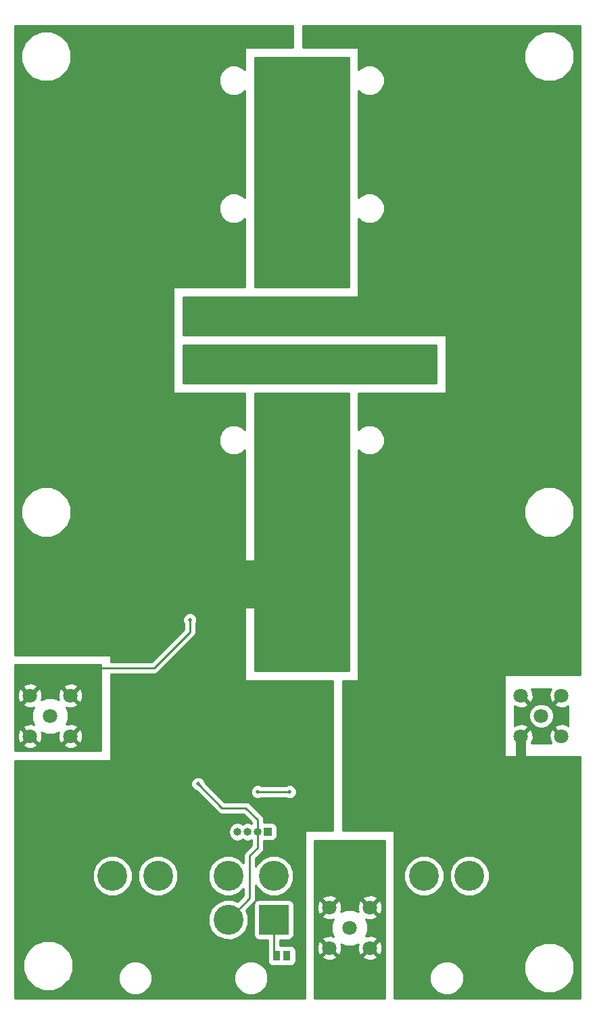
<source format=gbr>
G04 #@! TF.FileFunction,Copper,L2,Bot,Signal*
%FSLAX46Y46*%
G04 Gerber Fmt 4.6, Leading zero omitted, Abs format (unit mm)*
G04 Created by KiCad (PCBNEW 4.0.6) date 2017 May 30, Tuesday 14:38:27*
%MOMM*%
%LPD*%
G01*
G04 APERTURE LIST*
%ADD10C,0.100000*%
%ADD11R,0.970000X1.270000*%
%ADD12R,3.750000X3.750000*%
%ADD13C,3.750000*%
%ADD14C,1.798320*%
%ADD15C,1.795780*%
%ADD16R,1.000000X1.000000*%
%ADD17O,1.000000X1.000000*%
%ADD18C,0.508000*%
%ADD19C,0.254000*%
%ADD20C,1.270000*%
G04 APERTURE END LIST*
D10*
D11*
X108860000Y-142500000D03*
X110140000Y-142500000D03*
D12*
X94000000Y-138000000D03*
D13*
X88300000Y-138000000D03*
X94000000Y-132500000D03*
X88300000Y-132500000D03*
D12*
X133000000Y-138000000D03*
D13*
X127300000Y-138000000D03*
X133000000Y-132500000D03*
X127300000Y-132500000D03*
D14*
X80500000Y-112500000D03*
D15*
X83040000Y-109960000D03*
X77960000Y-109960000D03*
X77960000Y-115040000D03*
X83040000Y-115040000D03*
D12*
X108500000Y-138000000D03*
D13*
X102800000Y-138000000D03*
X108500000Y-132500000D03*
X102800000Y-132500000D03*
D14*
X118000000Y-139000000D03*
D15*
X115460000Y-141540000D03*
X120540000Y-141540000D03*
X120540000Y-136460000D03*
X115460000Y-136460000D03*
D16*
X107770000Y-127000000D03*
D17*
X106500000Y-127000000D03*
X105230000Y-127000000D03*
X103960000Y-127000000D03*
D14*
X142000000Y-112500000D03*
D15*
X144540000Y-109960000D03*
X139460000Y-109960000D03*
X139460000Y-115040000D03*
X144540000Y-115040000D03*
D18*
X109000000Y-34000000D03*
X112000000Y-34000000D03*
X115000000Y-34000000D03*
X115000000Y-37000000D03*
X112000000Y-37000000D03*
X109000000Y-37000000D03*
X109000000Y-40000000D03*
X112000000Y-40000000D03*
X115000000Y-40000000D03*
X115000000Y-43000000D03*
X112000000Y-43000000D03*
X109000000Y-43000000D03*
X109000000Y-46000000D03*
X112000000Y-46000000D03*
X115000000Y-46000000D03*
X115000000Y-49000000D03*
X112000000Y-49000000D03*
X109000000Y-49000000D03*
X109000000Y-52000000D03*
X112000000Y-52000000D03*
X115000000Y-52000000D03*
X115000000Y-55000000D03*
X112000000Y-55000000D03*
X109000000Y-55000000D03*
X115000000Y-74000000D03*
X112000000Y-74000000D03*
X109000000Y-74000000D03*
X109000000Y-77000000D03*
X112000000Y-77000000D03*
X115000000Y-77000000D03*
X115000000Y-80000000D03*
X112000000Y-80000000D03*
X109000000Y-80000000D03*
X109000000Y-83000000D03*
X112000000Y-83000000D03*
X115000000Y-83000000D03*
X115000000Y-86000000D03*
X112000000Y-86000000D03*
X109000000Y-86000000D03*
X109000000Y-89000000D03*
X112000000Y-89000000D03*
X115000000Y-89000000D03*
X115000000Y-92000000D03*
X112000000Y-92000000D03*
X109000000Y-92000000D03*
X109000000Y-95000000D03*
X112000000Y-95000000D03*
X115000000Y-95000000D03*
X115000000Y-98000000D03*
X112000000Y-98000000D03*
X109000000Y-98000000D03*
X109000000Y-101000000D03*
X112000000Y-101000000D03*
X115000000Y-101000000D03*
X115000000Y-104000000D03*
X112000000Y-104000000D03*
X109000000Y-104000000D03*
X113500000Y-112000000D03*
X113500000Y-111000000D03*
X99000000Y-121000000D03*
X110500000Y-122000000D03*
X106500000Y-122000000D03*
X122000000Y-69000000D03*
X124000000Y-69000000D03*
X126000000Y-69000000D03*
X128000000Y-69000000D03*
X128000000Y-67000000D03*
X126000000Y-67000000D03*
X124000000Y-67000000D03*
X122000000Y-67000000D03*
X102000000Y-69000000D03*
X100000000Y-69000000D03*
X98000000Y-69000000D03*
X98000000Y-67000000D03*
X100000000Y-67000000D03*
X102000000Y-67000000D03*
X122000000Y-62000000D03*
X124000000Y-62000000D03*
X126000000Y-62000000D03*
X128000000Y-62000000D03*
X128000000Y-64000000D03*
X126000000Y-64000000D03*
X124000000Y-64000000D03*
X98000000Y-62000000D03*
X98000000Y-64000000D03*
X100000000Y-64000000D03*
X100000000Y-62000000D03*
X102000000Y-62000000D03*
X122000000Y-64000000D03*
X102000000Y-64000000D03*
X98000000Y-100500000D03*
D19*
X108500000Y-138000000D02*
X108500000Y-142140000D01*
X108500000Y-142140000D02*
X108860000Y-142500000D01*
D20*
X112000000Y-34000000D02*
X109000000Y-34000000D01*
X115000000Y-37000000D02*
X115000000Y-34000000D01*
X109000000Y-37000000D02*
X112000000Y-37000000D01*
X112000000Y-40000000D02*
X109000000Y-40000000D01*
X115000000Y-43000000D02*
X115000000Y-40000000D01*
X109000000Y-43000000D02*
X112000000Y-43000000D01*
X112000000Y-46000000D02*
X109000000Y-46000000D01*
X112000000Y-46000000D02*
X112000000Y-46000000D01*
X115000000Y-49000000D02*
X115000000Y-46000000D01*
X109000000Y-49000000D02*
X112000000Y-49000000D01*
X112000000Y-52000000D02*
X109000000Y-52000000D01*
X115000000Y-55000000D02*
X115000000Y-52000000D01*
X112000000Y-55000000D02*
X112000000Y-55000000D01*
X109000000Y-55000000D02*
X112000000Y-55000000D01*
X113000000Y-112000000D02*
X102000000Y-112000000D01*
X112000000Y-74000000D02*
X115000000Y-74000000D01*
X109000000Y-77000000D02*
X109000000Y-74000000D01*
X115000000Y-77000000D02*
X112000000Y-77000000D01*
X112000000Y-80000000D02*
X115000000Y-80000000D01*
X109000000Y-83000000D02*
X109000000Y-80000000D01*
X115000000Y-83000000D02*
X112000000Y-83000000D01*
X112000000Y-86000000D02*
X115000000Y-86000000D01*
X109000000Y-89000000D02*
X109000000Y-86000000D01*
X115000000Y-89000000D02*
X112000000Y-89000000D01*
X112000000Y-92000000D02*
X115000000Y-92000000D01*
X109000000Y-95000000D02*
X109000000Y-92000000D01*
X115000000Y-95000000D02*
X112000000Y-95000000D01*
X112000000Y-98000000D02*
X115000000Y-98000000D01*
X109000000Y-101000000D02*
X109000000Y-98000000D01*
X115000000Y-101000000D02*
X112000000Y-101000000D01*
X112000000Y-104000000D02*
X115000000Y-104000000D01*
X109000000Y-99000000D02*
X109000000Y-104000000D01*
X108000000Y-98000000D02*
X109000000Y-99000000D01*
X102000000Y-98000000D02*
X108000000Y-98000000D01*
X102000000Y-112000000D02*
X102000000Y-98000000D01*
D19*
X102000000Y-124000000D02*
X99000000Y-121000000D01*
X105000000Y-124000000D02*
X102000000Y-124000000D01*
X106500000Y-125500000D02*
X105000000Y-124000000D01*
X106500000Y-127000000D02*
X106500000Y-125500000D01*
X106500000Y-129000000D02*
X106500000Y-127000000D01*
X105500000Y-130000000D02*
X106500000Y-129000000D01*
X105500000Y-135300000D02*
X105500000Y-130000000D01*
X102800000Y-138000000D02*
X105500000Y-135300000D01*
X106500000Y-122000000D02*
X110500000Y-122000000D01*
D20*
X124000000Y-69000000D02*
X122000000Y-69000000D01*
X128000000Y-69000000D02*
X126000000Y-69000000D01*
X126000000Y-67000000D02*
X128000000Y-67000000D01*
X122000000Y-67000000D02*
X124000000Y-67000000D01*
X100000000Y-69000000D02*
X102000000Y-69000000D01*
X98000000Y-67000000D02*
X98000000Y-69000000D01*
X102000000Y-67000000D02*
X100000000Y-67000000D01*
X139460000Y-115040000D02*
X139460000Y-136540000D01*
X138000000Y-138000000D02*
X133000000Y-138000000D01*
X139460000Y-136540000D02*
X138000000Y-138000000D01*
X124000000Y-62000000D02*
X122000000Y-62000000D01*
X128000000Y-62000000D02*
X126000000Y-62000000D01*
X126000000Y-64000000D02*
X128000000Y-64000000D01*
X122000000Y-64000000D02*
X124000000Y-64000000D01*
X98000000Y-64000000D02*
X98000000Y-62000000D01*
X100000000Y-62000000D02*
X100000000Y-64000000D01*
X102000000Y-64000000D02*
X102000000Y-62000000D01*
D19*
X98000000Y-100500000D02*
X98000000Y-102000000D01*
X98000000Y-102000000D02*
X93500000Y-106500000D01*
X93500000Y-106500000D02*
X83000000Y-106500000D01*
G36*
X122373000Y-147873000D02*
X113627000Y-147873000D01*
X113627000Y-142618632D01*
X114560973Y-142618632D01*
X114647121Y-142874897D01*
X115219841Y-143084359D01*
X115829122Y-143058707D01*
X116272879Y-142874897D01*
X116359027Y-142618632D01*
X119640973Y-142618632D01*
X119727121Y-142874897D01*
X120299841Y-143084359D01*
X120909122Y-143058707D01*
X121352879Y-142874897D01*
X121439027Y-142618632D01*
X120540000Y-141719605D01*
X119640973Y-142618632D01*
X116359027Y-142618632D01*
X115460000Y-141719605D01*
X114560973Y-142618632D01*
X113627000Y-142618632D01*
X113627000Y-141299841D01*
X113915641Y-141299841D01*
X113941293Y-141909122D01*
X114125103Y-142352879D01*
X114381368Y-142439027D01*
X115280395Y-141540000D01*
X114381368Y-140640973D01*
X114125103Y-140727121D01*
X113915641Y-141299841D01*
X113627000Y-141299841D01*
X113627000Y-137538632D01*
X114560973Y-137538632D01*
X114647121Y-137794897D01*
X115219841Y-138004359D01*
X115829122Y-137978707D01*
X115960415Y-137924324D01*
X115704240Y-138541262D01*
X115703443Y-139454731D01*
X115967314Y-140093348D01*
X115700159Y-139995641D01*
X115090878Y-140021293D01*
X114647121Y-140205103D01*
X114560973Y-140461368D01*
X115460000Y-141360395D01*
X115474143Y-141346253D01*
X115653748Y-141525858D01*
X115639605Y-141540000D01*
X116538632Y-142439027D01*
X116794897Y-142352879D01*
X117004359Y-141780159D01*
X116978707Y-141170878D01*
X116924324Y-141039585D01*
X117541262Y-141295760D01*
X118454731Y-141296557D01*
X119093348Y-141032686D01*
X118995641Y-141299841D01*
X119021293Y-141909122D01*
X119205103Y-142352879D01*
X119461368Y-142439027D01*
X120360395Y-141540000D01*
X120719605Y-141540000D01*
X121618632Y-142439027D01*
X121874897Y-142352879D01*
X122084359Y-141780159D01*
X122058707Y-141170878D01*
X121874897Y-140727121D01*
X121618632Y-140640973D01*
X120719605Y-141540000D01*
X120360395Y-141540000D01*
X120346253Y-141525858D01*
X120525858Y-141346253D01*
X120540000Y-141360395D01*
X121439027Y-140461368D01*
X121352879Y-140205103D01*
X120780159Y-139995641D01*
X120170878Y-140021293D01*
X120039585Y-140075676D01*
X120295760Y-139458738D01*
X120296557Y-138545269D01*
X120032686Y-137906652D01*
X120299841Y-138004359D01*
X120909122Y-137978707D01*
X121352879Y-137794897D01*
X121439027Y-137538632D01*
X120540000Y-136639605D01*
X120525858Y-136653748D01*
X120346253Y-136474143D01*
X120360395Y-136460000D01*
X120719605Y-136460000D01*
X121618632Y-137359027D01*
X121874897Y-137272879D01*
X122084359Y-136700159D01*
X122058707Y-136090878D01*
X121874897Y-135647121D01*
X121618632Y-135560973D01*
X120719605Y-136460000D01*
X120360395Y-136460000D01*
X119461368Y-135560973D01*
X119205103Y-135647121D01*
X118995641Y-136219841D01*
X119021293Y-136829122D01*
X119075676Y-136960415D01*
X118458738Y-136704240D01*
X117545269Y-136703443D01*
X116906652Y-136967314D01*
X117004359Y-136700159D01*
X116978707Y-136090878D01*
X116794897Y-135647121D01*
X116538632Y-135560973D01*
X115639605Y-136460000D01*
X115653748Y-136474143D01*
X115474143Y-136653748D01*
X115460000Y-136639605D01*
X114560973Y-137538632D01*
X113627000Y-137538632D01*
X113627000Y-136219841D01*
X113915641Y-136219841D01*
X113941293Y-136829122D01*
X114125103Y-137272879D01*
X114381368Y-137359027D01*
X115280395Y-136460000D01*
X114381368Y-135560973D01*
X114125103Y-135647121D01*
X113915641Y-136219841D01*
X113627000Y-136219841D01*
X113627000Y-135381368D01*
X114560973Y-135381368D01*
X115460000Y-136280395D01*
X116359027Y-135381368D01*
X119640973Y-135381368D01*
X120540000Y-136280395D01*
X121439027Y-135381368D01*
X121352879Y-135125103D01*
X120780159Y-134915641D01*
X120170878Y-134941293D01*
X119727121Y-135125103D01*
X119640973Y-135381368D01*
X116359027Y-135381368D01*
X116272879Y-135125103D01*
X115700159Y-134915641D01*
X115090878Y-134941293D01*
X114647121Y-135125103D01*
X114560973Y-135381368D01*
X113627000Y-135381368D01*
X113627000Y-128127000D01*
X122373000Y-128127000D01*
X122373000Y-147873000D01*
X122373000Y-147873000D01*
G37*
X122373000Y-147873000D02*
X113627000Y-147873000D01*
X113627000Y-142618632D01*
X114560973Y-142618632D01*
X114647121Y-142874897D01*
X115219841Y-143084359D01*
X115829122Y-143058707D01*
X116272879Y-142874897D01*
X116359027Y-142618632D01*
X119640973Y-142618632D01*
X119727121Y-142874897D01*
X120299841Y-143084359D01*
X120909122Y-143058707D01*
X121352879Y-142874897D01*
X121439027Y-142618632D01*
X120540000Y-141719605D01*
X119640973Y-142618632D01*
X116359027Y-142618632D01*
X115460000Y-141719605D01*
X114560973Y-142618632D01*
X113627000Y-142618632D01*
X113627000Y-141299841D01*
X113915641Y-141299841D01*
X113941293Y-141909122D01*
X114125103Y-142352879D01*
X114381368Y-142439027D01*
X115280395Y-141540000D01*
X114381368Y-140640973D01*
X114125103Y-140727121D01*
X113915641Y-141299841D01*
X113627000Y-141299841D01*
X113627000Y-137538632D01*
X114560973Y-137538632D01*
X114647121Y-137794897D01*
X115219841Y-138004359D01*
X115829122Y-137978707D01*
X115960415Y-137924324D01*
X115704240Y-138541262D01*
X115703443Y-139454731D01*
X115967314Y-140093348D01*
X115700159Y-139995641D01*
X115090878Y-140021293D01*
X114647121Y-140205103D01*
X114560973Y-140461368D01*
X115460000Y-141360395D01*
X115474143Y-141346253D01*
X115653748Y-141525858D01*
X115639605Y-141540000D01*
X116538632Y-142439027D01*
X116794897Y-142352879D01*
X117004359Y-141780159D01*
X116978707Y-141170878D01*
X116924324Y-141039585D01*
X117541262Y-141295760D01*
X118454731Y-141296557D01*
X119093348Y-141032686D01*
X118995641Y-141299841D01*
X119021293Y-141909122D01*
X119205103Y-142352879D01*
X119461368Y-142439027D01*
X120360395Y-141540000D01*
X120719605Y-141540000D01*
X121618632Y-142439027D01*
X121874897Y-142352879D01*
X122084359Y-141780159D01*
X122058707Y-141170878D01*
X121874897Y-140727121D01*
X121618632Y-140640973D01*
X120719605Y-141540000D01*
X120360395Y-141540000D01*
X120346253Y-141525858D01*
X120525858Y-141346253D01*
X120540000Y-141360395D01*
X121439027Y-140461368D01*
X121352879Y-140205103D01*
X120780159Y-139995641D01*
X120170878Y-140021293D01*
X120039585Y-140075676D01*
X120295760Y-139458738D01*
X120296557Y-138545269D01*
X120032686Y-137906652D01*
X120299841Y-138004359D01*
X120909122Y-137978707D01*
X121352879Y-137794897D01*
X121439027Y-137538632D01*
X120540000Y-136639605D01*
X120525858Y-136653748D01*
X120346253Y-136474143D01*
X120360395Y-136460000D01*
X120719605Y-136460000D01*
X121618632Y-137359027D01*
X121874897Y-137272879D01*
X122084359Y-136700159D01*
X122058707Y-136090878D01*
X121874897Y-135647121D01*
X121618632Y-135560973D01*
X120719605Y-136460000D01*
X120360395Y-136460000D01*
X119461368Y-135560973D01*
X119205103Y-135647121D01*
X118995641Y-136219841D01*
X119021293Y-136829122D01*
X119075676Y-136960415D01*
X118458738Y-136704240D01*
X117545269Y-136703443D01*
X116906652Y-136967314D01*
X117004359Y-136700159D01*
X116978707Y-136090878D01*
X116794897Y-135647121D01*
X116538632Y-135560973D01*
X115639605Y-136460000D01*
X115653748Y-136474143D01*
X115474143Y-136653748D01*
X115460000Y-136639605D01*
X114560973Y-137538632D01*
X113627000Y-137538632D01*
X113627000Y-136219841D01*
X113915641Y-136219841D01*
X113941293Y-136829122D01*
X114125103Y-137272879D01*
X114381368Y-137359027D01*
X115280395Y-136460000D01*
X114381368Y-135560973D01*
X114125103Y-135647121D01*
X113915641Y-136219841D01*
X113627000Y-136219841D01*
X113627000Y-135381368D01*
X114560973Y-135381368D01*
X115460000Y-136280395D01*
X116359027Y-135381368D01*
X119640973Y-135381368D01*
X120540000Y-136280395D01*
X121439027Y-135381368D01*
X121352879Y-135125103D01*
X120780159Y-134915641D01*
X120170878Y-134941293D01*
X119727121Y-135125103D01*
X119640973Y-135381368D01*
X116359027Y-135381368D01*
X116272879Y-135125103D01*
X115700159Y-134915641D01*
X115090878Y-134941293D01*
X114647121Y-135125103D01*
X114560973Y-135381368D01*
X113627000Y-135381368D01*
X113627000Y-128127000D01*
X122373000Y-128127000D01*
X122373000Y-147873000D01*
G36*
X110873000Y-28873000D02*
X105000000Y-28873000D01*
X104950590Y-28883006D01*
X104908965Y-28911447D01*
X104881685Y-28953841D01*
X104873000Y-29000000D01*
X104873000Y-31707276D01*
X104569161Y-31402907D01*
X103876595Y-31115328D01*
X103126695Y-31114674D01*
X102433628Y-31401043D01*
X101902907Y-31930839D01*
X101615328Y-32623405D01*
X101614674Y-33373305D01*
X101901043Y-34066372D01*
X102430839Y-34597093D01*
X103123405Y-34884672D01*
X103873305Y-34885326D01*
X104566372Y-34598957D01*
X104873000Y-34292863D01*
X104873000Y-47707276D01*
X104569161Y-47402907D01*
X103876595Y-47115328D01*
X103126695Y-47114674D01*
X102433628Y-47401043D01*
X101902907Y-47930839D01*
X101615328Y-48623405D01*
X101614674Y-49373305D01*
X101901043Y-50066372D01*
X102430839Y-50597093D01*
X103123405Y-50884672D01*
X103873305Y-50885326D01*
X104566372Y-50598957D01*
X104873000Y-50292863D01*
X104873000Y-58873000D01*
X96000000Y-58873000D01*
X95950590Y-58883006D01*
X95908965Y-58911447D01*
X95881685Y-58953841D01*
X95873000Y-59000000D01*
X95873000Y-72000000D01*
X95883006Y-72049410D01*
X95911447Y-72091035D01*
X95953841Y-72118315D01*
X96000000Y-72127000D01*
X104873000Y-72127000D01*
X104873000Y-76707276D01*
X104569161Y-76402907D01*
X103876595Y-76115328D01*
X103126695Y-76114674D01*
X102433628Y-76401043D01*
X101902907Y-76930839D01*
X101615328Y-77623405D01*
X101614674Y-78373305D01*
X101901043Y-79066372D01*
X102430839Y-79597093D01*
X103123405Y-79884672D01*
X103873305Y-79885326D01*
X104566372Y-79598957D01*
X104873000Y-79292863D01*
X104873000Y-93000000D01*
X104883006Y-93049410D01*
X104911447Y-93091035D01*
X104953841Y-93118315D01*
X105000000Y-93127000D01*
X106000000Y-93127000D01*
X106049410Y-93116994D01*
X106091035Y-93088553D01*
X106118315Y-93046159D01*
X106127000Y-93000000D01*
X106127000Y-72127000D01*
X117873000Y-72127000D01*
X117873000Y-106873000D01*
X106127000Y-106873000D01*
X106127000Y-99000000D01*
X106116994Y-98950590D01*
X106088553Y-98908965D01*
X106046159Y-98881685D01*
X106000000Y-98873000D01*
X105000000Y-98873000D01*
X104950590Y-98883006D01*
X104908965Y-98911447D01*
X104881685Y-98953841D01*
X104873000Y-99000000D01*
X104873000Y-108000000D01*
X104883006Y-108049410D01*
X104911447Y-108091035D01*
X104953841Y-108118315D01*
X105000000Y-108127000D01*
X115873000Y-108127000D01*
X115873000Y-126873000D01*
X112500000Y-126873000D01*
X112450590Y-126883006D01*
X112408965Y-126911447D01*
X112381685Y-126953841D01*
X112373000Y-127000000D01*
X112373000Y-147873000D01*
X76127000Y-147873000D01*
X76127000Y-144370854D01*
X77114457Y-144370854D01*
X77590727Y-145523515D01*
X78471847Y-146406174D01*
X79623674Y-146884454D01*
X80870854Y-146885543D01*
X82023515Y-146409273D01*
X82711171Y-145722815D01*
X89014630Y-145722815D01*
X89338980Y-146507800D01*
X89939041Y-147108909D01*
X90723459Y-147434628D01*
X91572815Y-147435370D01*
X92357800Y-147111020D01*
X92958909Y-146510959D01*
X93284628Y-145726541D01*
X93284631Y-145722815D01*
X103514630Y-145722815D01*
X103838980Y-146507800D01*
X104439041Y-147108909D01*
X105223459Y-147434628D01*
X106072815Y-147435370D01*
X106857800Y-147111020D01*
X107458909Y-146510959D01*
X107784628Y-145726541D01*
X107785370Y-144877185D01*
X107461020Y-144092200D01*
X106860959Y-143491091D01*
X106076541Y-143165372D01*
X105227185Y-143164630D01*
X104442200Y-143488980D01*
X103841091Y-144089041D01*
X103515372Y-144873459D01*
X103514630Y-145722815D01*
X93284631Y-145722815D01*
X93285370Y-144877185D01*
X92961020Y-144092200D01*
X92360959Y-143491091D01*
X91576541Y-143165372D01*
X90727185Y-143164630D01*
X89942200Y-143488980D01*
X89341091Y-144089041D01*
X89015372Y-144873459D01*
X89014630Y-145722815D01*
X82711171Y-145722815D01*
X82906174Y-145528153D01*
X83384454Y-144376326D01*
X83385543Y-143129146D01*
X82909273Y-141976485D01*
X82028153Y-141093826D01*
X80876326Y-140615546D01*
X79629146Y-140614457D01*
X78476485Y-141090727D01*
X77593826Y-141971847D01*
X77115546Y-143123674D01*
X77114457Y-144370854D01*
X76127000Y-144370854D01*
X76127000Y-132997080D01*
X85789565Y-132997080D01*
X86170885Y-133919943D01*
X86876343Y-134626634D01*
X87798540Y-135009564D01*
X88797080Y-135010435D01*
X89719943Y-134629115D01*
X90426634Y-133923657D01*
X90809564Y-133001460D01*
X90809567Y-132997080D01*
X91489565Y-132997080D01*
X91870885Y-133919943D01*
X92576343Y-134626634D01*
X93498540Y-135009564D01*
X94497080Y-135010435D01*
X95419943Y-134629115D01*
X96126634Y-133923657D01*
X96509564Y-133001460D01*
X96510435Y-132002920D01*
X96129115Y-131080057D01*
X95423657Y-130373366D01*
X94501460Y-129990436D01*
X93502920Y-129989565D01*
X92580057Y-130370885D01*
X91873366Y-131076343D01*
X91490436Y-131998540D01*
X91489565Y-132997080D01*
X90809567Y-132997080D01*
X90810435Y-132002920D01*
X90429115Y-131080057D01*
X89723657Y-130373366D01*
X88801460Y-129990436D01*
X87802920Y-129989565D01*
X86880057Y-130370885D01*
X86173366Y-131076343D01*
X85790436Y-131998540D01*
X85789565Y-132997080D01*
X76127000Y-132997080D01*
X76127000Y-121176057D01*
X98110846Y-121176057D01*
X98245903Y-121502920D01*
X98495764Y-121753218D01*
X98803280Y-121880911D01*
X101461185Y-124538816D01*
X101609377Y-124637834D01*
X101708395Y-124703996D01*
X102000000Y-124762000D01*
X104684370Y-124762000D01*
X105738000Y-125815631D01*
X105738000Y-125978375D01*
X105664346Y-125929161D01*
X105230000Y-125842764D01*
X104795654Y-125929161D01*
X104595000Y-126063234D01*
X104394346Y-125929161D01*
X103960000Y-125842764D01*
X103525654Y-125929161D01*
X103157434Y-126175198D01*
X102911397Y-126543418D01*
X102825000Y-126977764D01*
X102825000Y-127022236D01*
X102911397Y-127456582D01*
X103157434Y-127824802D01*
X103525654Y-128070839D01*
X103960000Y-128157236D01*
X104394346Y-128070839D01*
X104595000Y-127936766D01*
X104795654Y-128070839D01*
X105230000Y-128157236D01*
X105664346Y-128070839D01*
X105738000Y-128021625D01*
X105738000Y-128684369D01*
X104961185Y-129461185D01*
X104796004Y-129708395D01*
X104738000Y-130000000D01*
X104738000Y-130888608D01*
X104223657Y-130373366D01*
X103301460Y-129990436D01*
X102302920Y-129989565D01*
X101380057Y-130370885D01*
X100673366Y-131076343D01*
X100290436Y-131998540D01*
X100289565Y-132997080D01*
X100670885Y-133919943D01*
X101376343Y-134626634D01*
X102298540Y-135009564D01*
X103297080Y-135010435D01*
X104219943Y-134629115D01*
X104738000Y-134111962D01*
X104738000Y-134984369D01*
X103958928Y-135763441D01*
X103301460Y-135490436D01*
X102302920Y-135489565D01*
X101380057Y-135870885D01*
X100673366Y-136576343D01*
X100290436Y-137498540D01*
X100289565Y-138497080D01*
X100670885Y-139419943D01*
X101376343Y-140126634D01*
X102298540Y-140509564D01*
X103297080Y-140510435D01*
X104219943Y-140129115D01*
X104926634Y-139423657D01*
X105309564Y-138501460D01*
X105310435Y-137502920D01*
X105036846Y-136840785D01*
X105752631Y-136125000D01*
X105977560Y-136125000D01*
X105977560Y-139875000D01*
X106021838Y-140110317D01*
X106160910Y-140326441D01*
X106373110Y-140471431D01*
X106625000Y-140522440D01*
X107738000Y-140522440D01*
X107738000Y-141813446D01*
X107727560Y-141865000D01*
X107727560Y-143135000D01*
X107771838Y-143370317D01*
X107910910Y-143586441D01*
X108123110Y-143731431D01*
X108375000Y-143782440D01*
X109345000Y-143782440D01*
X109505690Y-143752204D01*
X109655000Y-143782440D01*
X110625000Y-143782440D01*
X110860317Y-143738162D01*
X111076441Y-143599090D01*
X111221431Y-143386890D01*
X111272440Y-143135000D01*
X111272440Y-141865000D01*
X111228162Y-141629683D01*
X111089090Y-141413559D01*
X110876890Y-141268569D01*
X110625000Y-141217560D01*
X109655000Y-141217560D01*
X109494310Y-141247796D01*
X109345000Y-141217560D01*
X109262000Y-141217560D01*
X109262000Y-140522440D01*
X110375000Y-140522440D01*
X110610317Y-140478162D01*
X110826441Y-140339090D01*
X110971431Y-140126890D01*
X111022440Y-139875000D01*
X111022440Y-136125000D01*
X110978162Y-135889683D01*
X110839090Y-135673559D01*
X110626890Y-135528569D01*
X110375000Y-135477560D01*
X106625000Y-135477560D01*
X106389683Y-135521838D01*
X106173559Y-135660910D01*
X106028569Y-135873110D01*
X105977560Y-136125000D01*
X105752631Y-136125000D01*
X106038816Y-135838815D01*
X106157688Y-135660910D01*
X106203996Y-135591605D01*
X106262000Y-135300000D01*
X106262000Y-133656422D01*
X106370885Y-133919943D01*
X107076343Y-134626634D01*
X107998540Y-135009564D01*
X108997080Y-135010435D01*
X109919943Y-134629115D01*
X110626634Y-133923657D01*
X111009564Y-133001460D01*
X111010435Y-132002920D01*
X110629115Y-131080057D01*
X109923657Y-130373366D01*
X109001460Y-129990436D01*
X108002920Y-129989565D01*
X107080057Y-130370885D01*
X106373366Y-131076343D01*
X106262000Y-131344542D01*
X106262000Y-130315630D01*
X107038816Y-129538815D01*
X107203997Y-129291604D01*
X107262000Y-129000000D01*
X107262000Y-128145820D01*
X107270000Y-128147440D01*
X108270000Y-128147440D01*
X108505317Y-128103162D01*
X108721441Y-127964090D01*
X108866431Y-127751890D01*
X108917440Y-127500000D01*
X108917440Y-126500000D01*
X108873162Y-126264683D01*
X108734090Y-126048559D01*
X108521890Y-125903569D01*
X108270000Y-125852560D01*
X107270000Y-125852560D01*
X107262000Y-125854065D01*
X107262000Y-125500000D01*
X107203996Y-125208395D01*
X107038815Y-124961184D01*
X105538815Y-123461185D01*
X105291605Y-123296004D01*
X105000000Y-123238000D01*
X102315631Y-123238000D01*
X101253688Y-122176057D01*
X105610846Y-122176057D01*
X105745903Y-122502920D01*
X105995764Y-122753218D01*
X106322391Y-122888846D01*
X106676057Y-122889154D01*
X106983793Y-122762000D01*
X110016913Y-122762000D01*
X110322391Y-122888846D01*
X110676057Y-122889154D01*
X111002920Y-122754097D01*
X111253218Y-122504236D01*
X111388846Y-122177609D01*
X111389154Y-121823943D01*
X111254097Y-121497080D01*
X111004236Y-121246782D01*
X110677609Y-121111154D01*
X110323943Y-121110846D01*
X110016207Y-121238000D01*
X106983087Y-121238000D01*
X106677609Y-121111154D01*
X106323943Y-121110846D01*
X105997080Y-121245903D01*
X105746782Y-121495764D01*
X105611154Y-121822391D01*
X105610846Y-122176057D01*
X101253688Y-122176057D01*
X99880409Y-120802779D01*
X99754097Y-120497080D01*
X99504236Y-120246782D01*
X99177609Y-120111154D01*
X98823943Y-120110846D01*
X98497080Y-120245903D01*
X98246782Y-120495764D01*
X98111154Y-120822391D01*
X98110846Y-121176057D01*
X76127000Y-121176057D01*
X76127000Y-118127000D01*
X88000000Y-118127000D01*
X88049410Y-118116994D01*
X88091035Y-118088553D01*
X88118315Y-118046159D01*
X88127000Y-118000000D01*
X88127000Y-107262000D01*
X93500000Y-107262000D01*
X93791605Y-107203996D01*
X94038815Y-107038815D01*
X98538815Y-102538815D01*
X98703996Y-102291605D01*
X98762000Y-102000000D01*
X98762000Y-100983087D01*
X98888846Y-100677609D01*
X98889154Y-100323943D01*
X98754097Y-99997080D01*
X98504236Y-99746782D01*
X98177609Y-99611154D01*
X97823943Y-99610846D01*
X97497080Y-99745903D01*
X97246782Y-99995764D01*
X97111154Y-100322391D01*
X97110846Y-100676057D01*
X97238000Y-100983793D01*
X97238000Y-101684370D01*
X93184370Y-105738000D01*
X88127000Y-105738000D01*
X88127000Y-105000000D01*
X88116994Y-104950590D01*
X88088553Y-104908965D01*
X88046159Y-104881685D01*
X88000000Y-104873000D01*
X76127000Y-104873000D01*
X76127000Y-87620854D01*
X76864457Y-87620854D01*
X77340727Y-88773515D01*
X78221847Y-89656174D01*
X79373674Y-90134454D01*
X80620854Y-90135543D01*
X81773515Y-89659273D01*
X82656174Y-88778153D01*
X83134454Y-87626326D01*
X83135543Y-86379146D01*
X82659273Y-85226485D01*
X81778153Y-84343826D01*
X80626326Y-83865546D01*
X79379146Y-83864457D01*
X78226485Y-84340727D01*
X77343826Y-85221847D01*
X76865546Y-86373674D01*
X76864457Y-87620854D01*
X76127000Y-87620854D01*
X76127000Y-30620854D01*
X76864457Y-30620854D01*
X77340727Y-31773515D01*
X78221847Y-32656174D01*
X79373674Y-33134454D01*
X80620854Y-33135543D01*
X81773515Y-32659273D01*
X82656174Y-31778153D01*
X83134454Y-30626326D01*
X83135543Y-29379146D01*
X82659273Y-28226485D01*
X81778153Y-27343826D01*
X80626326Y-26865546D01*
X79379146Y-26864457D01*
X78226485Y-27340727D01*
X77343826Y-28221847D01*
X76865546Y-29373674D01*
X76864457Y-30620854D01*
X76127000Y-30620854D01*
X76127000Y-26127000D01*
X110873000Y-26127000D01*
X110873000Y-28873000D01*
X110873000Y-28873000D01*
G37*
X110873000Y-28873000D02*
X105000000Y-28873000D01*
X104950590Y-28883006D01*
X104908965Y-28911447D01*
X104881685Y-28953841D01*
X104873000Y-29000000D01*
X104873000Y-31707276D01*
X104569161Y-31402907D01*
X103876595Y-31115328D01*
X103126695Y-31114674D01*
X102433628Y-31401043D01*
X101902907Y-31930839D01*
X101615328Y-32623405D01*
X101614674Y-33373305D01*
X101901043Y-34066372D01*
X102430839Y-34597093D01*
X103123405Y-34884672D01*
X103873305Y-34885326D01*
X104566372Y-34598957D01*
X104873000Y-34292863D01*
X104873000Y-47707276D01*
X104569161Y-47402907D01*
X103876595Y-47115328D01*
X103126695Y-47114674D01*
X102433628Y-47401043D01*
X101902907Y-47930839D01*
X101615328Y-48623405D01*
X101614674Y-49373305D01*
X101901043Y-50066372D01*
X102430839Y-50597093D01*
X103123405Y-50884672D01*
X103873305Y-50885326D01*
X104566372Y-50598957D01*
X104873000Y-50292863D01*
X104873000Y-58873000D01*
X96000000Y-58873000D01*
X95950590Y-58883006D01*
X95908965Y-58911447D01*
X95881685Y-58953841D01*
X95873000Y-59000000D01*
X95873000Y-72000000D01*
X95883006Y-72049410D01*
X95911447Y-72091035D01*
X95953841Y-72118315D01*
X96000000Y-72127000D01*
X104873000Y-72127000D01*
X104873000Y-76707276D01*
X104569161Y-76402907D01*
X103876595Y-76115328D01*
X103126695Y-76114674D01*
X102433628Y-76401043D01*
X101902907Y-76930839D01*
X101615328Y-77623405D01*
X101614674Y-78373305D01*
X101901043Y-79066372D01*
X102430839Y-79597093D01*
X103123405Y-79884672D01*
X103873305Y-79885326D01*
X104566372Y-79598957D01*
X104873000Y-79292863D01*
X104873000Y-93000000D01*
X104883006Y-93049410D01*
X104911447Y-93091035D01*
X104953841Y-93118315D01*
X105000000Y-93127000D01*
X106000000Y-93127000D01*
X106049410Y-93116994D01*
X106091035Y-93088553D01*
X106118315Y-93046159D01*
X106127000Y-93000000D01*
X106127000Y-72127000D01*
X117873000Y-72127000D01*
X117873000Y-106873000D01*
X106127000Y-106873000D01*
X106127000Y-99000000D01*
X106116994Y-98950590D01*
X106088553Y-98908965D01*
X106046159Y-98881685D01*
X106000000Y-98873000D01*
X105000000Y-98873000D01*
X104950590Y-98883006D01*
X104908965Y-98911447D01*
X104881685Y-98953841D01*
X104873000Y-99000000D01*
X104873000Y-108000000D01*
X104883006Y-108049410D01*
X104911447Y-108091035D01*
X104953841Y-108118315D01*
X105000000Y-108127000D01*
X115873000Y-108127000D01*
X115873000Y-126873000D01*
X112500000Y-126873000D01*
X112450590Y-126883006D01*
X112408965Y-126911447D01*
X112381685Y-126953841D01*
X112373000Y-127000000D01*
X112373000Y-147873000D01*
X76127000Y-147873000D01*
X76127000Y-144370854D01*
X77114457Y-144370854D01*
X77590727Y-145523515D01*
X78471847Y-146406174D01*
X79623674Y-146884454D01*
X80870854Y-146885543D01*
X82023515Y-146409273D01*
X82711171Y-145722815D01*
X89014630Y-145722815D01*
X89338980Y-146507800D01*
X89939041Y-147108909D01*
X90723459Y-147434628D01*
X91572815Y-147435370D01*
X92357800Y-147111020D01*
X92958909Y-146510959D01*
X93284628Y-145726541D01*
X93284631Y-145722815D01*
X103514630Y-145722815D01*
X103838980Y-146507800D01*
X104439041Y-147108909D01*
X105223459Y-147434628D01*
X106072815Y-147435370D01*
X106857800Y-147111020D01*
X107458909Y-146510959D01*
X107784628Y-145726541D01*
X107785370Y-144877185D01*
X107461020Y-144092200D01*
X106860959Y-143491091D01*
X106076541Y-143165372D01*
X105227185Y-143164630D01*
X104442200Y-143488980D01*
X103841091Y-144089041D01*
X103515372Y-144873459D01*
X103514630Y-145722815D01*
X93284631Y-145722815D01*
X93285370Y-144877185D01*
X92961020Y-144092200D01*
X92360959Y-143491091D01*
X91576541Y-143165372D01*
X90727185Y-143164630D01*
X89942200Y-143488980D01*
X89341091Y-144089041D01*
X89015372Y-144873459D01*
X89014630Y-145722815D01*
X82711171Y-145722815D01*
X82906174Y-145528153D01*
X83384454Y-144376326D01*
X83385543Y-143129146D01*
X82909273Y-141976485D01*
X82028153Y-141093826D01*
X80876326Y-140615546D01*
X79629146Y-140614457D01*
X78476485Y-141090727D01*
X77593826Y-141971847D01*
X77115546Y-143123674D01*
X77114457Y-144370854D01*
X76127000Y-144370854D01*
X76127000Y-132997080D01*
X85789565Y-132997080D01*
X86170885Y-133919943D01*
X86876343Y-134626634D01*
X87798540Y-135009564D01*
X88797080Y-135010435D01*
X89719943Y-134629115D01*
X90426634Y-133923657D01*
X90809564Y-133001460D01*
X90809567Y-132997080D01*
X91489565Y-132997080D01*
X91870885Y-133919943D01*
X92576343Y-134626634D01*
X93498540Y-135009564D01*
X94497080Y-135010435D01*
X95419943Y-134629115D01*
X96126634Y-133923657D01*
X96509564Y-133001460D01*
X96510435Y-132002920D01*
X96129115Y-131080057D01*
X95423657Y-130373366D01*
X94501460Y-129990436D01*
X93502920Y-129989565D01*
X92580057Y-130370885D01*
X91873366Y-131076343D01*
X91490436Y-131998540D01*
X91489565Y-132997080D01*
X90809567Y-132997080D01*
X90810435Y-132002920D01*
X90429115Y-131080057D01*
X89723657Y-130373366D01*
X88801460Y-129990436D01*
X87802920Y-129989565D01*
X86880057Y-130370885D01*
X86173366Y-131076343D01*
X85790436Y-131998540D01*
X85789565Y-132997080D01*
X76127000Y-132997080D01*
X76127000Y-121176057D01*
X98110846Y-121176057D01*
X98245903Y-121502920D01*
X98495764Y-121753218D01*
X98803280Y-121880911D01*
X101461185Y-124538816D01*
X101609377Y-124637834D01*
X101708395Y-124703996D01*
X102000000Y-124762000D01*
X104684370Y-124762000D01*
X105738000Y-125815631D01*
X105738000Y-125978375D01*
X105664346Y-125929161D01*
X105230000Y-125842764D01*
X104795654Y-125929161D01*
X104595000Y-126063234D01*
X104394346Y-125929161D01*
X103960000Y-125842764D01*
X103525654Y-125929161D01*
X103157434Y-126175198D01*
X102911397Y-126543418D01*
X102825000Y-126977764D01*
X102825000Y-127022236D01*
X102911397Y-127456582D01*
X103157434Y-127824802D01*
X103525654Y-128070839D01*
X103960000Y-128157236D01*
X104394346Y-128070839D01*
X104595000Y-127936766D01*
X104795654Y-128070839D01*
X105230000Y-128157236D01*
X105664346Y-128070839D01*
X105738000Y-128021625D01*
X105738000Y-128684369D01*
X104961185Y-129461185D01*
X104796004Y-129708395D01*
X104738000Y-130000000D01*
X104738000Y-130888608D01*
X104223657Y-130373366D01*
X103301460Y-129990436D01*
X102302920Y-129989565D01*
X101380057Y-130370885D01*
X100673366Y-131076343D01*
X100290436Y-131998540D01*
X100289565Y-132997080D01*
X100670885Y-133919943D01*
X101376343Y-134626634D01*
X102298540Y-135009564D01*
X103297080Y-135010435D01*
X104219943Y-134629115D01*
X104738000Y-134111962D01*
X104738000Y-134984369D01*
X103958928Y-135763441D01*
X103301460Y-135490436D01*
X102302920Y-135489565D01*
X101380057Y-135870885D01*
X100673366Y-136576343D01*
X100290436Y-137498540D01*
X100289565Y-138497080D01*
X100670885Y-139419943D01*
X101376343Y-140126634D01*
X102298540Y-140509564D01*
X103297080Y-140510435D01*
X104219943Y-140129115D01*
X104926634Y-139423657D01*
X105309564Y-138501460D01*
X105310435Y-137502920D01*
X105036846Y-136840785D01*
X105752631Y-136125000D01*
X105977560Y-136125000D01*
X105977560Y-139875000D01*
X106021838Y-140110317D01*
X106160910Y-140326441D01*
X106373110Y-140471431D01*
X106625000Y-140522440D01*
X107738000Y-140522440D01*
X107738000Y-141813446D01*
X107727560Y-141865000D01*
X107727560Y-143135000D01*
X107771838Y-143370317D01*
X107910910Y-143586441D01*
X108123110Y-143731431D01*
X108375000Y-143782440D01*
X109345000Y-143782440D01*
X109505690Y-143752204D01*
X109655000Y-143782440D01*
X110625000Y-143782440D01*
X110860317Y-143738162D01*
X111076441Y-143599090D01*
X111221431Y-143386890D01*
X111272440Y-143135000D01*
X111272440Y-141865000D01*
X111228162Y-141629683D01*
X111089090Y-141413559D01*
X110876890Y-141268569D01*
X110625000Y-141217560D01*
X109655000Y-141217560D01*
X109494310Y-141247796D01*
X109345000Y-141217560D01*
X109262000Y-141217560D01*
X109262000Y-140522440D01*
X110375000Y-140522440D01*
X110610317Y-140478162D01*
X110826441Y-140339090D01*
X110971431Y-140126890D01*
X111022440Y-139875000D01*
X111022440Y-136125000D01*
X110978162Y-135889683D01*
X110839090Y-135673559D01*
X110626890Y-135528569D01*
X110375000Y-135477560D01*
X106625000Y-135477560D01*
X106389683Y-135521838D01*
X106173559Y-135660910D01*
X106028569Y-135873110D01*
X105977560Y-136125000D01*
X105752631Y-136125000D01*
X106038816Y-135838815D01*
X106157688Y-135660910D01*
X106203996Y-135591605D01*
X106262000Y-135300000D01*
X106262000Y-133656422D01*
X106370885Y-133919943D01*
X107076343Y-134626634D01*
X107998540Y-135009564D01*
X108997080Y-135010435D01*
X109919943Y-134629115D01*
X110626634Y-133923657D01*
X111009564Y-133001460D01*
X111010435Y-132002920D01*
X110629115Y-131080057D01*
X109923657Y-130373366D01*
X109001460Y-129990436D01*
X108002920Y-129989565D01*
X107080057Y-130370885D01*
X106373366Y-131076343D01*
X106262000Y-131344542D01*
X106262000Y-130315630D01*
X107038816Y-129538815D01*
X107203997Y-129291604D01*
X107262000Y-129000000D01*
X107262000Y-128145820D01*
X107270000Y-128147440D01*
X108270000Y-128147440D01*
X108505317Y-128103162D01*
X108721441Y-127964090D01*
X108866431Y-127751890D01*
X108917440Y-127500000D01*
X108917440Y-126500000D01*
X108873162Y-126264683D01*
X108734090Y-126048559D01*
X108521890Y-125903569D01*
X108270000Y-125852560D01*
X107270000Y-125852560D01*
X107262000Y-125854065D01*
X107262000Y-125500000D01*
X107203996Y-125208395D01*
X107038815Y-124961184D01*
X105538815Y-123461185D01*
X105291605Y-123296004D01*
X105000000Y-123238000D01*
X102315631Y-123238000D01*
X101253688Y-122176057D01*
X105610846Y-122176057D01*
X105745903Y-122502920D01*
X105995764Y-122753218D01*
X106322391Y-122888846D01*
X106676057Y-122889154D01*
X106983793Y-122762000D01*
X110016913Y-122762000D01*
X110322391Y-122888846D01*
X110676057Y-122889154D01*
X111002920Y-122754097D01*
X111253218Y-122504236D01*
X111388846Y-122177609D01*
X111389154Y-121823943D01*
X111254097Y-121497080D01*
X111004236Y-121246782D01*
X110677609Y-121111154D01*
X110323943Y-121110846D01*
X110016207Y-121238000D01*
X106983087Y-121238000D01*
X106677609Y-121111154D01*
X106323943Y-121110846D01*
X105997080Y-121245903D01*
X105746782Y-121495764D01*
X105611154Y-121822391D01*
X105610846Y-122176057D01*
X101253688Y-122176057D01*
X99880409Y-120802779D01*
X99754097Y-120497080D01*
X99504236Y-120246782D01*
X99177609Y-120111154D01*
X98823943Y-120110846D01*
X98497080Y-120245903D01*
X98246782Y-120495764D01*
X98111154Y-120822391D01*
X98110846Y-121176057D01*
X76127000Y-121176057D01*
X76127000Y-118127000D01*
X88000000Y-118127000D01*
X88049410Y-118116994D01*
X88091035Y-118088553D01*
X88118315Y-118046159D01*
X88127000Y-118000000D01*
X88127000Y-107262000D01*
X93500000Y-107262000D01*
X93791605Y-107203996D01*
X94038815Y-107038815D01*
X98538815Y-102538815D01*
X98703996Y-102291605D01*
X98762000Y-102000000D01*
X98762000Y-100983087D01*
X98888846Y-100677609D01*
X98889154Y-100323943D01*
X98754097Y-99997080D01*
X98504236Y-99746782D01*
X98177609Y-99611154D01*
X97823943Y-99610846D01*
X97497080Y-99745903D01*
X97246782Y-99995764D01*
X97111154Y-100322391D01*
X97110846Y-100676057D01*
X97238000Y-100983793D01*
X97238000Y-101684370D01*
X93184370Y-105738000D01*
X88127000Y-105738000D01*
X88127000Y-105000000D01*
X88116994Y-104950590D01*
X88088553Y-104908965D01*
X88046159Y-104881685D01*
X88000000Y-104873000D01*
X76127000Y-104873000D01*
X76127000Y-87620854D01*
X76864457Y-87620854D01*
X77340727Y-88773515D01*
X78221847Y-89656174D01*
X79373674Y-90134454D01*
X80620854Y-90135543D01*
X81773515Y-89659273D01*
X82656174Y-88778153D01*
X83134454Y-87626326D01*
X83135543Y-86379146D01*
X82659273Y-85226485D01*
X81778153Y-84343826D01*
X80626326Y-83865546D01*
X79379146Y-83864457D01*
X78226485Y-84340727D01*
X77343826Y-85221847D01*
X76865546Y-86373674D01*
X76864457Y-87620854D01*
X76127000Y-87620854D01*
X76127000Y-30620854D01*
X76864457Y-30620854D01*
X77340727Y-31773515D01*
X78221847Y-32656174D01*
X79373674Y-33134454D01*
X80620854Y-33135543D01*
X81773515Y-32659273D01*
X82656174Y-31778153D01*
X83134454Y-30626326D01*
X83135543Y-29379146D01*
X82659273Y-28226485D01*
X81778153Y-27343826D01*
X80626326Y-26865546D01*
X79379146Y-26864457D01*
X78226485Y-27340727D01*
X77343826Y-28221847D01*
X76865546Y-29373674D01*
X76864457Y-30620854D01*
X76127000Y-30620854D01*
X76127000Y-26127000D01*
X110873000Y-26127000D01*
X110873000Y-28873000D01*
G36*
X146873000Y-107373000D02*
X137500000Y-107373000D01*
X137450590Y-107383006D01*
X137408965Y-107411447D01*
X137381685Y-107453841D01*
X137373000Y-107500000D01*
X137373000Y-117500000D01*
X137383006Y-117549410D01*
X137411447Y-117591035D01*
X137453841Y-117618315D01*
X137500000Y-117627000D01*
X146873000Y-117627000D01*
X146873000Y-147873000D01*
X123627000Y-147873000D01*
X123627000Y-145722815D01*
X128014630Y-145722815D01*
X128338980Y-146507800D01*
X128939041Y-147108909D01*
X129723459Y-147434628D01*
X130572815Y-147435370D01*
X131357800Y-147111020D01*
X131958909Y-146510959D01*
X132284628Y-145726541D01*
X132285370Y-144877185D01*
X132179456Y-144620854D01*
X139864457Y-144620854D01*
X140340727Y-145773515D01*
X141221847Y-146656174D01*
X142373674Y-147134454D01*
X143620854Y-147135543D01*
X144773515Y-146659273D01*
X145656174Y-145778153D01*
X146134454Y-144626326D01*
X146135543Y-143379146D01*
X145659273Y-142226485D01*
X144778153Y-141343826D01*
X143626326Y-140865546D01*
X142379146Y-140864457D01*
X141226485Y-141340727D01*
X140343826Y-142221847D01*
X139865546Y-143373674D01*
X139864457Y-144620854D01*
X132179456Y-144620854D01*
X131961020Y-144092200D01*
X131360959Y-143491091D01*
X130576541Y-143165372D01*
X129727185Y-143164630D01*
X128942200Y-143488980D01*
X128341091Y-144089041D01*
X128015372Y-144873459D01*
X128014630Y-145722815D01*
X123627000Y-145722815D01*
X123627000Y-132997080D01*
X124789565Y-132997080D01*
X125170885Y-133919943D01*
X125876343Y-134626634D01*
X126798540Y-135009564D01*
X127797080Y-135010435D01*
X128719943Y-134629115D01*
X129426634Y-133923657D01*
X129809564Y-133001460D01*
X129809567Y-132997080D01*
X130489565Y-132997080D01*
X130870885Y-133919943D01*
X131576343Y-134626634D01*
X132498540Y-135009564D01*
X133497080Y-135010435D01*
X134419943Y-134629115D01*
X135126634Y-133923657D01*
X135509564Y-133001460D01*
X135510435Y-132002920D01*
X135129115Y-131080057D01*
X134423657Y-130373366D01*
X133501460Y-129990436D01*
X132502920Y-129989565D01*
X131580057Y-130370885D01*
X130873366Y-131076343D01*
X130490436Y-131998540D01*
X130489565Y-132997080D01*
X129809567Y-132997080D01*
X129810435Y-132002920D01*
X129429115Y-131080057D01*
X128723657Y-130373366D01*
X127801460Y-129990436D01*
X126802920Y-129989565D01*
X125880057Y-130370885D01*
X125173366Y-131076343D01*
X124790436Y-131998540D01*
X124789565Y-132997080D01*
X123627000Y-132997080D01*
X123627000Y-127000000D01*
X123616994Y-126950590D01*
X123588553Y-126908965D01*
X123546159Y-126881685D01*
X123500000Y-126873000D01*
X117127000Y-126873000D01*
X117127000Y-108127000D01*
X119000000Y-108127000D01*
X119049410Y-108116994D01*
X119091035Y-108088553D01*
X119118315Y-108046159D01*
X119127000Y-108000000D01*
X119127000Y-87620854D01*
X139864457Y-87620854D01*
X140340727Y-88773515D01*
X141221847Y-89656174D01*
X142373674Y-90134454D01*
X143620854Y-90135543D01*
X144773515Y-89659273D01*
X145656174Y-88778153D01*
X146134454Y-87626326D01*
X146135543Y-86379146D01*
X145659273Y-85226485D01*
X144778153Y-84343826D01*
X143626326Y-83865546D01*
X142379146Y-83864457D01*
X141226485Y-84340727D01*
X140343826Y-85221847D01*
X139865546Y-86373674D01*
X139864457Y-87620854D01*
X119127000Y-87620854D01*
X119127000Y-79292724D01*
X119430839Y-79597093D01*
X120123405Y-79884672D01*
X120873305Y-79885326D01*
X121566372Y-79598957D01*
X122097093Y-79069161D01*
X122384672Y-78376595D01*
X122385326Y-77626695D01*
X122098957Y-76933628D01*
X121569161Y-76402907D01*
X120876595Y-76115328D01*
X120126695Y-76114674D01*
X119433628Y-76401043D01*
X119127000Y-76707137D01*
X119127000Y-72127000D01*
X130000000Y-72127000D01*
X130049410Y-72116994D01*
X130091035Y-72088553D01*
X130118315Y-72046159D01*
X130127000Y-72000000D01*
X130127000Y-65000000D01*
X130116994Y-64950590D01*
X130088553Y-64908965D01*
X130046159Y-64881685D01*
X130000000Y-64873000D01*
X97127000Y-64873000D01*
X97127000Y-60127000D01*
X119000000Y-60127000D01*
X119049410Y-60116994D01*
X119091035Y-60088553D01*
X119118315Y-60046159D01*
X119127000Y-60000000D01*
X119127000Y-50292724D01*
X119430839Y-50597093D01*
X120123405Y-50884672D01*
X120873305Y-50885326D01*
X121566372Y-50598957D01*
X122097093Y-50069161D01*
X122384672Y-49376595D01*
X122385326Y-48626695D01*
X122098957Y-47933628D01*
X121569161Y-47402907D01*
X120876595Y-47115328D01*
X120126695Y-47114674D01*
X119433628Y-47401043D01*
X119127000Y-47707137D01*
X119127000Y-34292724D01*
X119430839Y-34597093D01*
X120123405Y-34884672D01*
X120873305Y-34885326D01*
X121566372Y-34598957D01*
X122097093Y-34069161D01*
X122384672Y-33376595D01*
X122385326Y-32626695D01*
X122098957Y-31933628D01*
X121569161Y-31402907D01*
X120876595Y-31115328D01*
X120126695Y-31114674D01*
X119433628Y-31401043D01*
X119127000Y-31707137D01*
X119127000Y-30620854D01*
X139864457Y-30620854D01*
X140340727Y-31773515D01*
X141221847Y-32656174D01*
X142373674Y-33134454D01*
X143620854Y-33135543D01*
X144773515Y-32659273D01*
X145656174Y-31778153D01*
X146134454Y-30626326D01*
X146135543Y-29379146D01*
X145659273Y-28226485D01*
X144778153Y-27343826D01*
X143626326Y-26865546D01*
X142379146Y-26864457D01*
X141226485Y-27340727D01*
X140343826Y-28221847D01*
X139865546Y-29373674D01*
X139864457Y-30620854D01*
X119127000Y-30620854D01*
X119127000Y-29000000D01*
X119116994Y-28950590D01*
X119088553Y-28908965D01*
X119046159Y-28881685D01*
X119000000Y-28873000D01*
X112127000Y-28873000D01*
X112127000Y-26127000D01*
X146873000Y-26127000D01*
X146873000Y-107373000D01*
X146873000Y-107373000D01*
G37*
X146873000Y-107373000D02*
X137500000Y-107373000D01*
X137450590Y-107383006D01*
X137408965Y-107411447D01*
X137381685Y-107453841D01*
X137373000Y-107500000D01*
X137373000Y-117500000D01*
X137383006Y-117549410D01*
X137411447Y-117591035D01*
X137453841Y-117618315D01*
X137500000Y-117627000D01*
X146873000Y-117627000D01*
X146873000Y-147873000D01*
X123627000Y-147873000D01*
X123627000Y-145722815D01*
X128014630Y-145722815D01*
X128338980Y-146507800D01*
X128939041Y-147108909D01*
X129723459Y-147434628D01*
X130572815Y-147435370D01*
X131357800Y-147111020D01*
X131958909Y-146510959D01*
X132284628Y-145726541D01*
X132285370Y-144877185D01*
X132179456Y-144620854D01*
X139864457Y-144620854D01*
X140340727Y-145773515D01*
X141221847Y-146656174D01*
X142373674Y-147134454D01*
X143620854Y-147135543D01*
X144773515Y-146659273D01*
X145656174Y-145778153D01*
X146134454Y-144626326D01*
X146135543Y-143379146D01*
X145659273Y-142226485D01*
X144778153Y-141343826D01*
X143626326Y-140865546D01*
X142379146Y-140864457D01*
X141226485Y-141340727D01*
X140343826Y-142221847D01*
X139865546Y-143373674D01*
X139864457Y-144620854D01*
X132179456Y-144620854D01*
X131961020Y-144092200D01*
X131360959Y-143491091D01*
X130576541Y-143165372D01*
X129727185Y-143164630D01*
X128942200Y-143488980D01*
X128341091Y-144089041D01*
X128015372Y-144873459D01*
X128014630Y-145722815D01*
X123627000Y-145722815D01*
X123627000Y-132997080D01*
X124789565Y-132997080D01*
X125170885Y-133919943D01*
X125876343Y-134626634D01*
X126798540Y-135009564D01*
X127797080Y-135010435D01*
X128719943Y-134629115D01*
X129426634Y-133923657D01*
X129809564Y-133001460D01*
X129809567Y-132997080D01*
X130489565Y-132997080D01*
X130870885Y-133919943D01*
X131576343Y-134626634D01*
X132498540Y-135009564D01*
X133497080Y-135010435D01*
X134419943Y-134629115D01*
X135126634Y-133923657D01*
X135509564Y-133001460D01*
X135510435Y-132002920D01*
X135129115Y-131080057D01*
X134423657Y-130373366D01*
X133501460Y-129990436D01*
X132502920Y-129989565D01*
X131580057Y-130370885D01*
X130873366Y-131076343D01*
X130490436Y-131998540D01*
X130489565Y-132997080D01*
X129809567Y-132997080D01*
X129810435Y-132002920D01*
X129429115Y-131080057D01*
X128723657Y-130373366D01*
X127801460Y-129990436D01*
X126802920Y-129989565D01*
X125880057Y-130370885D01*
X125173366Y-131076343D01*
X124790436Y-131998540D01*
X124789565Y-132997080D01*
X123627000Y-132997080D01*
X123627000Y-127000000D01*
X123616994Y-126950590D01*
X123588553Y-126908965D01*
X123546159Y-126881685D01*
X123500000Y-126873000D01*
X117127000Y-126873000D01*
X117127000Y-108127000D01*
X119000000Y-108127000D01*
X119049410Y-108116994D01*
X119091035Y-108088553D01*
X119118315Y-108046159D01*
X119127000Y-108000000D01*
X119127000Y-87620854D01*
X139864457Y-87620854D01*
X140340727Y-88773515D01*
X141221847Y-89656174D01*
X142373674Y-90134454D01*
X143620854Y-90135543D01*
X144773515Y-89659273D01*
X145656174Y-88778153D01*
X146134454Y-87626326D01*
X146135543Y-86379146D01*
X145659273Y-85226485D01*
X144778153Y-84343826D01*
X143626326Y-83865546D01*
X142379146Y-83864457D01*
X141226485Y-84340727D01*
X140343826Y-85221847D01*
X139865546Y-86373674D01*
X139864457Y-87620854D01*
X119127000Y-87620854D01*
X119127000Y-79292724D01*
X119430839Y-79597093D01*
X120123405Y-79884672D01*
X120873305Y-79885326D01*
X121566372Y-79598957D01*
X122097093Y-79069161D01*
X122384672Y-78376595D01*
X122385326Y-77626695D01*
X122098957Y-76933628D01*
X121569161Y-76402907D01*
X120876595Y-76115328D01*
X120126695Y-76114674D01*
X119433628Y-76401043D01*
X119127000Y-76707137D01*
X119127000Y-72127000D01*
X130000000Y-72127000D01*
X130049410Y-72116994D01*
X130091035Y-72088553D01*
X130118315Y-72046159D01*
X130127000Y-72000000D01*
X130127000Y-65000000D01*
X130116994Y-64950590D01*
X130088553Y-64908965D01*
X130046159Y-64881685D01*
X130000000Y-64873000D01*
X97127000Y-64873000D01*
X97127000Y-60127000D01*
X119000000Y-60127000D01*
X119049410Y-60116994D01*
X119091035Y-60088553D01*
X119118315Y-60046159D01*
X119127000Y-60000000D01*
X119127000Y-50292724D01*
X119430839Y-50597093D01*
X120123405Y-50884672D01*
X120873305Y-50885326D01*
X121566372Y-50598957D01*
X122097093Y-50069161D01*
X122384672Y-49376595D01*
X122385326Y-48626695D01*
X122098957Y-47933628D01*
X121569161Y-47402907D01*
X120876595Y-47115328D01*
X120126695Y-47114674D01*
X119433628Y-47401043D01*
X119127000Y-47707137D01*
X119127000Y-34292724D01*
X119430839Y-34597093D01*
X120123405Y-34884672D01*
X120873305Y-34885326D01*
X121566372Y-34598957D01*
X122097093Y-34069161D01*
X122384672Y-33376595D01*
X122385326Y-32626695D01*
X122098957Y-31933628D01*
X121569161Y-31402907D01*
X120876595Y-31115328D01*
X120126695Y-31114674D01*
X119433628Y-31401043D01*
X119127000Y-31707137D01*
X119127000Y-30620854D01*
X139864457Y-30620854D01*
X140340727Y-31773515D01*
X141221847Y-32656174D01*
X142373674Y-33134454D01*
X143620854Y-33135543D01*
X144773515Y-32659273D01*
X145656174Y-31778153D01*
X146134454Y-30626326D01*
X146135543Y-29379146D01*
X145659273Y-28226485D01*
X144778153Y-27343826D01*
X143626326Y-26865546D01*
X142379146Y-26864457D01*
X141226485Y-27340727D01*
X140343826Y-28221847D01*
X139865546Y-29373674D01*
X139864457Y-30620854D01*
X119127000Y-30620854D01*
X119127000Y-29000000D01*
X119116994Y-28950590D01*
X119088553Y-28908965D01*
X119046159Y-28881685D01*
X119000000Y-28873000D01*
X112127000Y-28873000D01*
X112127000Y-26127000D01*
X146873000Y-26127000D01*
X146873000Y-107373000D01*
G36*
X86873000Y-116873000D02*
X76127000Y-116873000D01*
X76127000Y-116118632D01*
X77060973Y-116118632D01*
X77147121Y-116374897D01*
X77719841Y-116584359D01*
X78329122Y-116558707D01*
X78772879Y-116374897D01*
X78859027Y-116118632D01*
X82140973Y-116118632D01*
X82227121Y-116374897D01*
X82799841Y-116584359D01*
X83409122Y-116558707D01*
X83852879Y-116374897D01*
X83939027Y-116118632D01*
X83040000Y-115219605D01*
X82140973Y-116118632D01*
X78859027Y-116118632D01*
X77960000Y-115219605D01*
X77060973Y-116118632D01*
X76127000Y-116118632D01*
X76127000Y-114799841D01*
X76415641Y-114799841D01*
X76441293Y-115409122D01*
X76625103Y-115852879D01*
X76881368Y-115939027D01*
X77780395Y-115040000D01*
X76881368Y-114140973D01*
X76625103Y-114227121D01*
X76415641Y-114799841D01*
X76127000Y-114799841D01*
X76127000Y-111038632D01*
X77060973Y-111038632D01*
X77147121Y-111294897D01*
X77719841Y-111504359D01*
X78329122Y-111478707D01*
X78460415Y-111424324D01*
X78204240Y-112041262D01*
X78203443Y-112954731D01*
X78467314Y-113593348D01*
X78200159Y-113495641D01*
X77590878Y-113521293D01*
X77147121Y-113705103D01*
X77060973Y-113961368D01*
X77960000Y-114860395D01*
X77974143Y-114846253D01*
X78153748Y-115025858D01*
X78139605Y-115040000D01*
X79038632Y-115939027D01*
X79294897Y-115852879D01*
X79504359Y-115280159D01*
X79478707Y-114670878D01*
X79424324Y-114539585D01*
X80041262Y-114795760D01*
X80954731Y-114796557D01*
X81593348Y-114532686D01*
X81495641Y-114799841D01*
X81521293Y-115409122D01*
X81705103Y-115852879D01*
X81961368Y-115939027D01*
X82860395Y-115040000D01*
X83219605Y-115040000D01*
X84118632Y-115939027D01*
X84374897Y-115852879D01*
X84584359Y-115280159D01*
X84558707Y-114670878D01*
X84374897Y-114227121D01*
X84118632Y-114140973D01*
X83219605Y-115040000D01*
X82860395Y-115040000D01*
X82846253Y-115025858D01*
X83025858Y-114846253D01*
X83040000Y-114860395D01*
X83939027Y-113961368D01*
X83852879Y-113705103D01*
X83280159Y-113495641D01*
X82670878Y-113521293D01*
X82539585Y-113575676D01*
X82795760Y-112958738D01*
X82796557Y-112045269D01*
X82532686Y-111406652D01*
X82799841Y-111504359D01*
X83409122Y-111478707D01*
X83852879Y-111294897D01*
X83939027Y-111038632D01*
X83040000Y-110139605D01*
X83025858Y-110153748D01*
X82846253Y-109974143D01*
X82860395Y-109960000D01*
X83219605Y-109960000D01*
X84118632Y-110859027D01*
X84374897Y-110772879D01*
X84584359Y-110200159D01*
X84558707Y-109590878D01*
X84374897Y-109147121D01*
X84118632Y-109060973D01*
X83219605Y-109960000D01*
X82860395Y-109960000D01*
X81961368Y-109060973D01*
X81705103Y-109147121D01*
X81495641Y-109719841D01*
X81521293Y-110329122D01*
X81575676Y-110460415D01*
X80958738Y-110204240D01*
X80045269Y-110203443D01*
X79406652Y-110467314D01*
X79504359Y-110200159D01*
X79478707Y-109590878D01*
X79294897Y-109147121D01*
X79038632Y-109060973D01*
X78139605Y-109960000D01*
X78153748Y-109974143D01*
X77974143Y-110153748D01*
X77960000Y-110139605D01*
X77060973Y-111038632D01*
X76127000Y-111038632D01*
X76127000Y-109719841D01*
X76415641Y-109719841D01*
X76441293Y-110329122D01*
X76625103Y-110772879D01*
X76881368Y-110859027D01*
X77780395Y-109960000D01*
X76881368Y-109060973D01*
X76625103Y-109147121D01*
X76415641Y-109719841D01*
X76127000Y-109719841D01*
X76127000Y-108881368D01*
X77060973Y-108881368D01*
X77960000Y-109780395D01*
X78859027Y-108881368D01*
X82140973Y-108881368D01*
X83040000Y-109780395D01*
X83939027Y-108881368D01*
X83852879Y-108625103D01*
X83280159Y-108415641D01*
X82670878Y-108441293D01*
X82227121Y-108625103D01*
X82140973Y-108881368D01*
X78859027Y-108881368D01*
X78772879Y-108625103D01*
X78200159Y-108415641D01*
X77590878Y-108441293D01*
X77147121Y-108625103D01*
X77060973Y-108881368D01*
X76127000Y-108881368D01*
X76127000Y-106127000D01*
X86873000Y-106127000D01*
X86873000Y-116873000D01*
X86873000Y-116873000D01*
G37*
X86873000Y-116873000D02*
X76127000Y-116873000D01*
X76127000Y-116118632D01*
X77060973Y-116118632D01*
X77147121Y-116374897D01*
X77719841Y-116584359D01*
X78329122Y-116558707D01*
X78772879Y-116374897D01*
X78859027Y-116118632D01*
X82140973Y-116118632D01*
X82227121Y-116374897D01*
X82799841Y-116584359D01*
X83409122Y-116558707D01*
X83852879Y-116374897D01*
X83939027Y-116118632D01*
X83040000Y-115219605D01*
X82140973Y-116118632D01*
X78859027Y-116118632D01*
X77960000Y-115219605D01*
X77060973Y-116118632D01*
X76127000Y-116118632D01*
X76127000Y-114799841D01*
X76415641Y-114799841D01*
X76441293Y-115409122D01*
X76625103Y-115852879D01*
X76881368Y-115939027D01*
X77780395Y-115040000D01*
X76881368Y-114140973D01*
X76625103Y-114227121D01*
X76415641Y-114799841D01*
X76127000Y-114799841D01*
X76127000Y-111038632D01*
X77060973Y-111038632D01*
X77147121Y-111294897D01*
X77719841Y-111504359D01*
X78329122Y-111478707D01*
X78460415Y-111424324D01*
X78204240Y-112041262D01*
X78203443Y-112954731D01*
X78467314Y-113593348D01*
X78200159Y-113495641D01*
X77590878Y-113521293D01*
X77147121Y-113705103D01*
X77060973Y-113961368D01*
X77960000Y-114860395D01*
X77974143Y-114846253D01*
X78153748Y-115025858D01*
X78139605Y-115040000D01*
X79038632Y-115939027D01*
X79294897Y-115852879D01*
X79504359Y-115280159D01*
X79478707Y-114670878D01*
X79424324Y-114539585D01*
X80041262Y-114795760D01*
X80954731Y-114796557D01*
X81593348Y-114532686D01*
X81495641Y-114799841D01*
X81521293Y-115409122D01*
X81705103Y-115852879D01*
X81961368Y-115939027D01*
X82860395Y-115040000D01*
X83219605Y-115040000D01*
X84118632Y-115939027D01*
X84374897Y-115852879D01*
X84584359Y-115280159D01*
X84558707Y-114670878D01*
X84374897Y-114227121D01*
X84118632Y-114140973D01*
X83219605Y-115040000D01*
X82860395Y-115040000D01*
X82846253Y-115025858D01*
X83025858Y-114846253D01*
X83040000Y-114860395D01*
X83939027Y-113961368D01*
X83852879Y-113705103D01*
X83280159Y-113495641D01*
X82670878Y-113521293D01*
X82539585Y-113575676D01*
X82795760Y-112958738D01*
X82796557Y-112045269D01*
X82532686Y-111406652D01*
X82799841Y-111504359D01*
X83409122Y-111478707D01*
X83852879Y-111294897D01*
X83939027Y-111038632D01*
X83040000Y-110139605D01*
X83025858Y-110153748D01*
X82846253Y-109974143D01*
X82860395Y-109960000D01*
X83219605Y-109960000D01*
X84118632Y-110859027D01*
X84374897Y-110772879D01*
X84584359Y-110200159D01*
X84558707Y-109590878D01*
X84374897Y-109147121D01*
X84118632Y-109060973D01*
X83219605Y-109960000D01*
X82860395Y-109960000D01*
X81961368Y-109060973D01*
X81705103Y-109147121D01*
X81495641Y-109719841D01*
X81521293Y-110329122D01*
X81575676Y-110460415D01*
X80958738Y-110204240D01*
X80045269Y-110203443D01*
X79406652Y-110467314D01*
X79504359Y-110200159D01*
X79478707Y-109590878D01*
X79294897Y-109147121D01*
X79038632Y-109060973D01*
X78139605Y-109960000D01*
X78153748Y-109974143D01*
X77974143Y-110153748D01*
X77960000Y-110139605D01*
X77060973Y-111038632D01*
X76127000Y-111038632D01*
X76127000Y-109719841D01*
X76415641Y-109719841D01*
X76441293Y-110329122D01*
X76625103Y-110772879D01*
X76881368Y-110859027D01*
X77780395Y-109960000D01*
X76881368Y-109060973D01*
X76625103Y-109147121D01*
X76415641Y-109719841D01*
X76127000Y-109719841D01*
X76127000Y-108881368D01*
X77060973Y-108881368D01*
X77960000Y-109780395D01*
X78859027Y-108881368D01*
X82140973Y-108881368D01*
X83040000Y-109780395D01*
X83939027Y-108881368D01*
X83852879Y-108625103D01*
X83280159Y-108415641D01*
X82670878Y-108441293D01*
X82227121Y-108625103D01*
X82140973Y-108881368D01*
X78859027Y-108881368D01*
X78772879Y-108625103D01*
X78200159Y-108415641D01*
X77590878Y-108441293D01*
X77147121Y-108625103D01*
X77060973Y-108881368D01*
X76127000Y-108881368D01*
X76127000Y-106127000D01*
X86873000Y-106127000D01*
X86873000Y-116873000D01*
G36*
X128873000Y-70873000D02*
X97127000Y-70873000D01*
X97127000Y-66127000D01*
X128873000Y-66127000D01*
X128873000Y-70873000D01*
X128873000Y-70873000D01*
G37*
X128873000Y-70873000D02*
X97127000Y-70873000D01*
X97127000Y-66127000D01*
X128873000Y-66127000D01*
X128873000Y-70873000D01*
G36*
X117873000Y-58873000D02*
X106127000Y-58873000D01*
X106127000Y-30127000D01*
X117873000Y-30127000D01*
X117873000Y-58873000D01*
X117873000Y-58873000D01*
G37*
X117873000Y-58873000D02*
X106127000Y-58873000D01*
X106127000Y-30127000D01*
X117873000Y-30127000D01*
X117873000Y-58873000D01*
G36*
X143205103Y-109147121D02*
X142995641Y-109719841D01*
X143021293Y-110329122D01*
X143205103Y-110772879D01*
X143461368Y-110859027D01*
X144360395Y-109960000D01*
X144346253Y-109945858D01*
X144525858Y-109766253D01*
X144540000Y-109780395D01*
X144554143Y-109766253D01*
X144733748Y-109945858D01*
X144719605Y-109960000D01*
X144733748Y-109974143D01*
X144554143Y-110153748D01*
X144540000Y-110139605D01*
X143640973Y-111038632D01*
X143727121Y-111294897D01*
X144299841Y-111504359D01*
X144909122Y-111478707D01*
X145352879Y-111294897D01*
X145373000Y-111235043D01*
X145373000Y-113764957D01*
X145352879Y-113705103D01*
X144780159Y-113495641D01*
X144170878Y-113521293D01*
X143727121Y-113705103D01*
X143640973Y-113961368D01*
X144540000Y-114860395D01*
X144554143Y-114846253D01*
X144733748Y-115025858D01*
X144719605Y-115040000D01*
X144733748Y-115054143D01*
X144554143Y-115233748D01*
X144540000Y-115219605D01*
X144525858Y-115233748D01*
X144346253Y-115054143D01*
X144360395Y-115040000D01*
X143461368Y-114140973D01*
X143205103Y-114227121D01*
X142995641Y-114799841D01*
X143021293Y-115409122D01*
X143205103Y-115852879D01*
X143264957Y-115873000D01*
X140735043Y-115873000D01*
X140794897Y-115852879D01*
X141004359Y-115280159D01*
X140978707Y-114670878D01*
X140794897Y-114227121D01*
X140538632Y-114140973D01*
X139639605Y-115040000D01*
X139653748Y-115054143D01*
X139474143Y-115233748D01*
X139460000Y-115219605D01*
X139445858Y-115233748D01*
X139266253Y-115054143D01*
X139280395Y-115040000D01*
X139266253Y-115025858D01*
X139445858Y-114846253D01*
X139460000Y-114860395D01*
X140359027Y-113961368D01*
X140272879Y-113705103D01*
X139700159Y-113495641D01*
X139090878Y-113521293D01*
X138647121Y-113705103D01*
X138627000Y-113764957D01*
X138627000Y-112803824D01*
X140465574Y-112803824D01*
X140698644Y-113367897D01*
X141129833Y-113799839D01*
X141693498Y-114033893D01*
X142303824Y-114034426D01*
X142867897Y-113801356D01*
X143299839Y-113370167D01*
X143533893Y-112806502D01*
X143534426Y-112196176D01*
X143301356Y-111632103D01*
X142870167Y-111200161D01*
X142306502Y-110966107D01*
X141696176Y-110965574D01*
X141132103Y-111198644D01*
X140700161Y-111629833D01*
X140466107Y-112193498D01*
X140465574Y-112803824D01*
X138627000Y-112803824D01*
X138627000Y-111235043D01*
X138647121Y-111294897D01*
X139219841Y-111504359D01*
X139829122Y-111478707D01*
X140272879Y-111294897D01*
X140359027Y-111038632D01*
X139460000Y-110139605D01*
X139445858Y-110153748D01*
X139266253Y-109974143D01*
X139280395Y-109960000D01*
X139266253Y-109945858D01*
X139445858Y-109766253D01*
X139460000Y-109780395D01*
X139474143Y-109766253D01*
X139653748Y-109945858D01*
X139639605Y-109960000D01*
X140538632Y-110859027D01*
X140794897Y-110772879D01*
X141004359Y-110200159D01*
X140978707Y-109590878D01*
X140794897Y-109147121D01*
X140735043Y-109127000D01*
X143264957Y-109127000D01*
X143205103Y-109147121D01*
X143205103Y-109147121D01*
G37*
X143205103Y-109147121D02*
X142995641Y-109719841D01*
X143021293Y-110329122D01*
X143205103Y-110772879D01*
X143461368Y-110859027D01*
X144360395Y-109960000D01*
X144346253Y-109945858D01*
X144525858Y-109766253D01*
X144540000Y-109780395D01*
X144554143Y-109766253D01*
X144733748Y-109945858D01*
X144719605Y-109960000D01*
X144733748Y-109974143D01*
X144554143Y-110153748D01*
X144540000Y-110139605D01*
X143640973Y-111038632D01*
X143727121Y-111294897D01*
X144299841Y-111504359D01*
X144909122Y-111478707D01*
X145352879Y-111294897D01*
X145373000Y-111235043D01*
X145373000Y-113764957D01*
X145352879Y-113705103D01*
X144780159Y-113495641D01*
X144170878Y-113521293D01*
X143727121Y-113705103D01*
X143640973Y-113961368D01*
X144540000Y-114860395D01*
X144554143Y-114846253D01*
X144733748Y-115025858D01*
X144719605Y-115040000D01*
X144733748Y-115054143D01*
X144554143Y-115233748D01*
X144540000Y-115219605D01*
X144525858Y-115233748D01*
X144346253Y-115054143D01*
X144360395Y-115040000D01*
X143461368Y-114140973D01*
X143205103Y-114227121D01*
X142995641Y-114799841D01*
X143021293Y-115409122D01*
X143205103Y-115852879D01*
X143264957Y-115873000D01*
X140735043Y-115873000D01*
X140794897Y-115852879D01*
X141004359Y-115280159D01*
X140978707Y-114670878D01*
X140794897Y-114227121D01*
X140538632Y-114140973D01*
X139639605Y-115040000D01*
X139653748Y-115054143D01*
X139474143Y-115233748D01*
X139460000Y-115219605D01*
X139445858Y-115233748D01*
X139266253Y-115054143D01*
X139280395Y-115040000D01*
X139266253Y-115025858D01*
X139445858Y-114846253D01*
X139460000Y-114860395D01*
X140359027Y-113961368D01*
X140272879Y-113705103D01*
X139700159Y-113495641D01*
X139090878Y-113521293D01*
X138647121Y-113705103D01*
X138627000Y-113764957D01*
X138627000Y-112803824D01*
X140465574Y-112803824D01*
X140698644Y-113367897D01*
X141129833Y-113799839D01*
X141693498Y-114033893D01*
X142303824Y-114034426D01*
X142867897Y-113801356D01*
X143299839Y-113370167D01*
X143533893Y-112806502D01*
X143534426Y-112196176D01*
X143301356Y-111632103D01*
X142870167Y-111200161D01*
X142306502Y-110966107D01*
X141696176Y-110965574D01*
X141132103Y-111198644D01*
X140700161Y-111629833D01*
X140466107Y-112193498D01*
X140465574Y-112803824D01*
X138627000Y-112803824D01*
X138627000Y-111235043D01*
X138647121Y-111294897D01*
X139219841Y-111504359D01*
X139829122Y-111478707D01*
X140272879Y-111294897D01*
X140359027Y-111038632D01*
X139460000Y-110139605D01*
X139445858Y-110153748D01*
X139266253Y-109974143D01*
X139280395Y-109960000D01*
X139266253Y-109945858D01*
X139445858Y-109766253D01*
X139460000Y-109780395D01*
X139474143Y-109766253D01*
X139653748Y-109945858D01*
X139639605Y-109960000D01*
X140538632Y-110859027D01*
X140794897Y-110772879D01*
X141004359Y-110200159D01*
X140978707Y-109590878D01*
X140794897Y-109147121D01*
X140735043Y-109127000D01*
X143264957Y-109127000D01*
X143205103Y-109147121D01*
M02*

</source>
